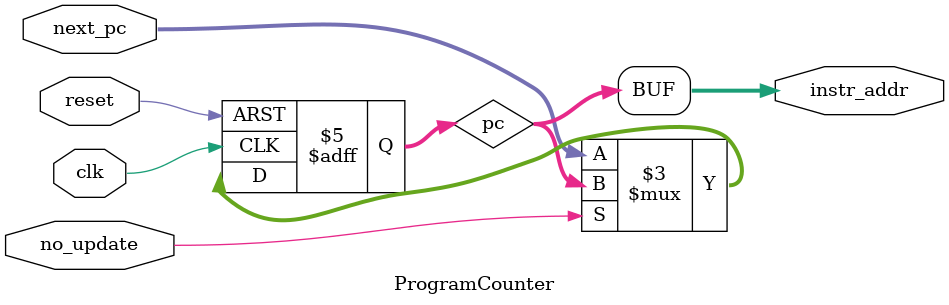
<source format=v>
`timescale 1ns/1ps

module ProgramCounter(
  input clk,
  input reset,

  // Disable program counter update. Usually used to synchronize multi-cycle
  // instructions.
  input no_update,
  input [31:0] next_pc,

  output [31:0] instr_addr
);

  reg [31:0] pc;

  assign instr_addr = pc;

  always @(negedge clk, posedge reset) begin
    if (reset)
      pc <= 0;
    else if (no_update)
      pc <= pc;
    else
      pc <= next_pc;
  end

endmodule

</source>
